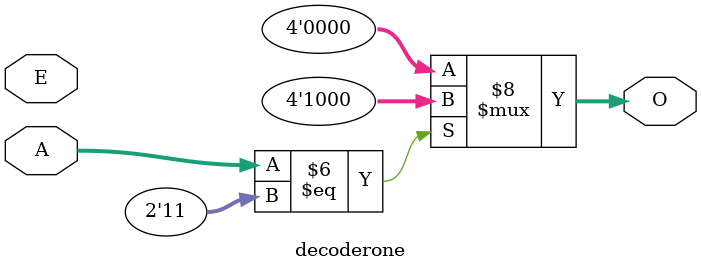
<source format=v>
`timescale 1ns / 1ps


module decoderone(
    input [1:0] A,
    output reg [3:0] O,
    input E
    );
    
    always @*
        begin
            if(E==1)
                if(A==2'b00)
                    O<=4'b0001;
                if(A==2'b01)
                    O<=4'b0010;
                if(A==2'b10)
                    O<=4'b0100;
                if(A==2'b11)
                    O<=4'b1000;
            else
                O<=4'b0000;
        end    
endmodule

</source>
